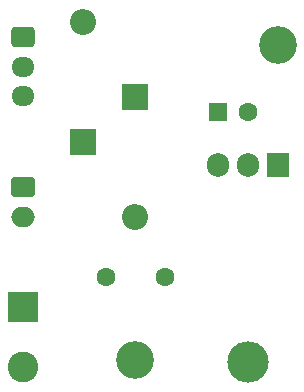
<source format=gbr>
%TF.GenerationSoftware,KiCad,Pcbnew,7.0.9*%
%TF.CreationDate,2023-11-11T09:59:11+01:00*%
%TF.ProjectId,CO2-PwrSupply,434f322d-5077-4725-9375-70706c792e6b,1.0*%
%TF.SameCoordinates,Original*%
%TF.FileFunction,Soldermask,Top*%
%TF.FilePolarity,Negative*%
%FSLAX46Y46*%
G04 Gerber Fmt 4.6, Leading zero omitted, Abs format (unit mm)*
G04 Created by KiCad (PCBNEW 7.0.9) date 2023-11-11 09:59:11*
%MOMM*%
%LPD*%
G01*
G04 APERTURE LIST*
G04 Aperture macros list*
%AMRoundRect*
0 Rectangle with rounded corners*
0 $1 Rounding radius*
0 $2 $3 $4 $5 $6 $7 $8 $9 X,Y pos of 4 corners*
0 Add a 4 corners polygon primitive as box body*
4,1,4,$2,$3,$4,$5,$6,$7,$8,$9,$2,$3,0*
0 Add four circle primitives for the rounded corners*
1,1,$1+$1,$2,$3*
1,1,$1+$1,$4,$5*
1,1,$1+$1,$6,$7*
1,1,$1+$1,$8,$9*
0 Add four rect primitives between the rounded corners*
20,1,$1+$1,$2,$3,$4,$5,0*
20,1,$1+$1,$4,$5,$6,$7,0*
20,1,$1+$1,$6,$7,$8,$9,0*
20,1,$1+$1,$8,$9,$2,$3,0*%
G04 Aperture macros list end*
%ADD10C,3.200000*%
%ADD11RoundRect,0.250000X-0.725000X0.600000X-0.725000X-0.600000X0.725000X-0.600000X0.725000X0.600000X0*%
%ADD12O,1.950000X1.700000*%
%ADD13R,2.200000X2.200000*%
%ADD14O,2.200000X2.200000*%
%ADD15RoundRect,0.250000X-0.750000X0.600000X-0.750000X-0.600000X0.750000X-0.600000X0.750000X0.600000X0*%
%ADD16O,2.000000X1.700000*%
%ADD17O,3.500000X3.500000*%
%ADD18R,1.905000X2.000000*%
%ADD19O,1.905000X2.000000*%
%ADD20C,1.600000*%
%ADD21R,2.600000X2.600000*%
%ADD22C,2.600000*%
%ADD23R,1.600000X1.600000*%
G04 APERTURE END LIST*
D10*
%TO.C,REF\u002A\u002A*%
X63343000Y-47498000D03*
%TD*%
D11*
%TO.C,J3*%
X53818000Y-20193000D03*
D12*
X53818000Y-22693000D03*
X53818000Y-25193000D03*
%TD*%
D10*
%TO.C,REF\u002A\u002A*%
X75408000Y-20828000D03*
%TD*%
D13*
%TO.C,D2*%
X63343000Y-25273000D03*
D14*
X63343000Y-35433000D03*
%TD*%
D15*
%TO.C,J2*%
X53818000Y-32893000D03*
D16*
X53818000Y-35393000D03*
%TD*%
D17*
%TO.C,U1*%
X72868000Y-47648000D03*
D18*
X75408000Y-30988000D03*
D19*
X72868000Y-30988000D03*
X70328000Y-30988000D03*
%TD*%
D20*
%TO.C,C2*%
X65843000Y-40513000D03*
X60843000Y-40513000D03*
%TD*%
D13*
%TO.C,D1*%
X58898000Y-29083000D03*
D14*
X58898000Y-18923000D03*
%TD*%
D21*
%TO.C,J4*%
X53818000Y-43053000D03*
D22*
X53818000Y-48133000D03*
%TD*%
D23*
%TO.C,C1*%
X70392888Y-26543000D03*
D20*
X72892888Y-26543000D03*
%TD*%
M02*

</source>
